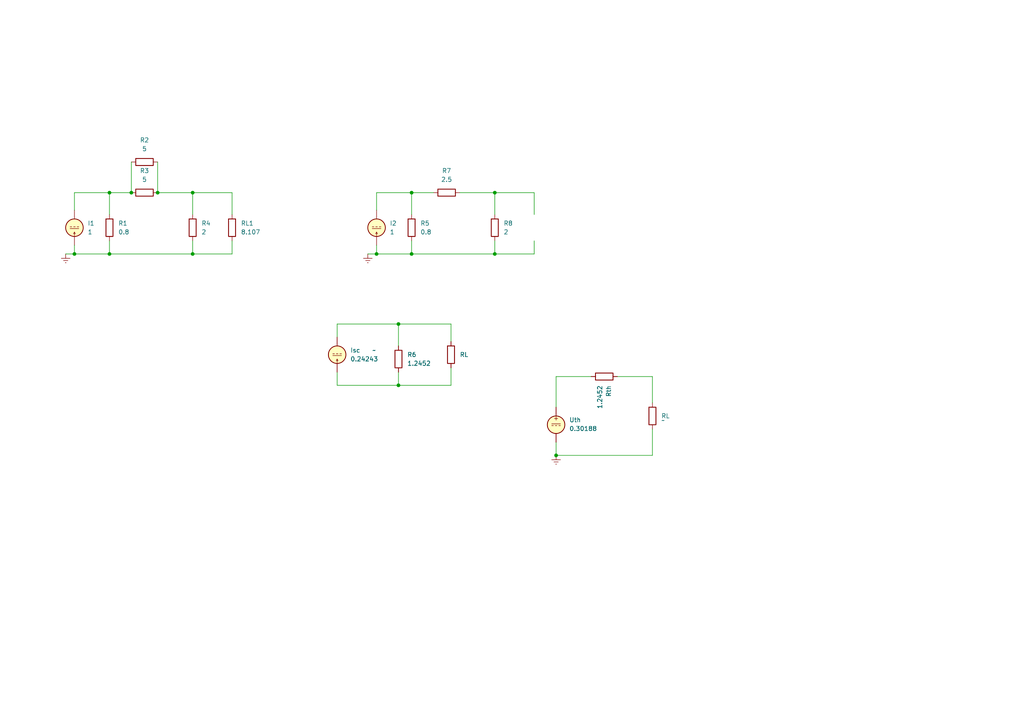
<source format=kicad_sch>
(kicad_sch (version 20230121) (generator eeschema)
  (paper "A4")
  (lib_symbols
    (symbol "Device:R" (pin_numbers hide) (pin_names (offset 0))
      (property "Reference" "R" (at 2.032 0 90))
      (property "Value" "R" (at 0 0 90))
      (symbol "R_0_1"
        (rectangle (start -1.016 -2.54) (end 1.016 2.54) (stroke (width 0.254)))
      )
      (symbol "R_1_1"
        (pin passive line (at 0 3.81 270) (length 1.27) (name "~") (number "1"))
        (pin passive line (at 0 -3.81 90) (length 1.27) (name "~") (number "2"))
      )
    )
    (symbol "Simulation_SPICE:IDC" (pin_numbers hide) (pin_names (offset 0.0254))
      (property "Reference" "I" (at 2.54 2.54 0))
      (property "Value" "1" (at 2.54 0 0))
      (symbol "IDC_0_0"
        (polyline (pts (xy -1.27 0.254) (xy 1.27 0.254)))
        (polyline (pts (xy -0.762 -0.254) (xy -1.27 -0.254)))
        (polyline (pts (xy 0.254 -0.254) (xy -0.254 -0.254)))
        (polyline (pts (xy 1.27 -0.254) (xy 0.762 -0.254)))
      )
      (symbol "IDC_0_1"
        (polyline (pts (xy 0 1.27) (xy 0 2.286)))
        (polyline (pts (xy -0.254 1.778) (xy 0 1.27) (xy 0.254 1.778)))
        (circle (center 0 0) (radius 2.54) (stroke (width 0.254)) (fill (type background)))
      )
      (symbol "IDC_1_1"
        (pin passive line (at 0 5.08 270) (length 2.54) (name "~") (number "1"))
        (pin passive line (at 0 -5.08 90) (length 2.54) (name "~") (number "2"))
      )
    )
    (symbol "Simulation_SPICE:VDC" (pin_numbers hide) (pin_names (offset 0.0254))
      (property "Reference" "V" (at 2.54 2.54 0))
      (property "Value" "1" (at 2.54 0 0))
      (symbol "VDC_0_0"
        (polyline (pts (xy -1.27 0.254) (xy 1.27 0.254)))
        (polyline (pts (xy -0.762 -0.254) (xy -1.27 -0.254)))
        (polyline (pts (xy 0.254 -0.254) (xy -0.254 -0.254)))
        (polyline (pts (xy 1.27 -0.254) (xy 0.762 -0.254)))
        (text "+" (at 0 1.905 0) (effects (font (size 1.27 1.27))))
      )
      (symbol "VDC_0_1"
        (circle (center 0 0) (radius 2.54) (stroke (width 0.254)) (fill (type background)))
      )
      (symbol "VDC_1_1"
        (pin passive line (at 0 5.08 270) (length 2.54) (name "~") (number "1"))
        (pin passive line (at 0 -5.08 90) (length 2.54) (name "~") (number "2"))
      )
    )
    (symbol "power:Earth" (power) (pin_names (offset 0))
      (symbol "Earth_0_1"
        (polyline (pts (xy -0.635 -1.905) (xy 0.635 -1.905)))
        (polyline (pts (xy -0.127 -2.54) (xy 0.127 -2.54)))
        (polyline (pts (xy 0 -1.27) (xy 0 0)))
        (polyline (pts (xy 1.27 -1.27) (xy -1.27 -1.27)))
      )
      (symbol "Earth_1_1"
        (pin power_in line (at 0 0 270) (length 0) hide (name "Earth") (number "1"))
      )
    )
  )
  (junction (at 55.88 55.88))
  (junction (at 115.57 93.98))
  (junction (at 143.51 73.66))
  (junction (at 38.1 55.88))
  (junction (at 143.51 55.88))
  (junction (at 45.72 55.88))
  (junction (at 21.59 73.66))
  (junction (at 31.75 55.88))
  (junction (at 119.38 73.66))
  (junction (at 55.88 73.66))
  (junction (at 115.57 111.76))
  (junction (at 109.22 73.66))
  (junction (at 31.75 73.66))
  (junction (at 161.29 132.08))
  (junction (at 119.38 55.88))
  (wire (pts (xy 154.94 55.88) (xy 143.51 55.88)))
  (wire (pts (xy 161.29 132.08) (xy 161.29 128.27)))
  (wire (pts (xy 109.22 60.96) (xy 109.22 55.88)))
  (wire (pts (xy 67.31 55.88) (xy 55.88 55.88)))
  (wire (pts (xy 119.38 73.66) (xy 143.51 73.66)))
  (wire (pts (xy 21.59 73.66) (xy 21.59 71.12)))
  (wire (pts (xy 67.31 73.66) (xy 55.88 73.66)))
  (wire (pts (xy 154.94 73.66) (xy 143.51 73.66)))
  (wire (pts (xy 115.57 93.98) (xy 130.81 93.98)))
  (wire (pts (xy 67.31 69.85) (xy 67.31 73.66)))
  (wire (pts (xy 31.75 73.66) (xy 55.88 73.66)))
  (wire (pts (xy 31.75 69.85) (xy 31.75 73.66)))
  (wire (pts (xy 109.22 55.88) (xy 119.38 55.88)))
  (wire (pts (xy 31.75 55.88) (xy 38.1 55.88)))
  (wire (pts (xy 143.51 62.23) (xy 143.51 55.88)))
  (wire (pts (xy 45.72 46.99) (xy 45.72 55.88)))
  (wire (pts (xy 21.59 60.96) (xy 21.59 55.88)))
  (wire (pts (xy 154.94 62.23) (xy 154.94 55.88)))
  (wire (pts (xy 154.94 69.85) (xy 154.94 73.66)))
  (wire (pts (xy 97.79 93.98) (xy 115.57 93.98)))
  (wire (pts (xy 130.81 99.06) (xy 130.81 93.98)))
  (wire (pts (xy 179.07 109.22) (xy 189.23 109.22)))
  (wire (pts (xy 143.51 73.66) (xy 143.51 69.85)))
  (wire (pts (xy 115.57 111.76) (xy 130.81 111.76)))
  (wire (pts (xy 115.57 107.95) (xy 115.57 111.76)))
  (wire (pts (xy 19.05 73.66) (xy 21.59 73.66)))
  (wire (pts (xy 67.31 62.23) (xy 67.31 55.88)))
  (wire (pts (xy 115.57 100.33) (xy 115.57 93.98)))
  (wire (pts (xy 55.88 73.66) (xy 55.88 69.85)))
  (wire (pts (xy 189.23 124.46) (xy 189.23 132.08)))
  (wire (pts (xy 109.22 73.66) (xy 119.38 73.66)))
  (wire (pts (xy 31.75 62.23) (xy 31.75 55.88)))
  (wire (pts (xy 106.68 73.66) (xy 109.22 73.66)))
  (wire (pts (xy 38.1 46.99) (xy 38.1 55.88)))
  (wire (pts (xy 161.29 109.22) (xy 161.29 118.11)))
  (wire (pts (xy 97.79 111.76) (xy 115.57 111.76)))
  (wire (pts (xy 97.79 111.76) (xy 97.79 107.95)))
  (wire (pts (xy 119.38 69.85) (xy 119.38 73.66)))
  (wire (pts (xy 130.81 106.68) (xy 130.81 111.76)))
  (wire (pts (xy 55.88 55.88) (xy 45.72 55.88)))
  (wire (pts (xy 21.59 73.66) (xy 31.75 73.66)))
  (wire (pts (xy 161.29 132.08) (xy 189.23 132.08)))
  (wire (pts (xy 97.79 97.79) (xy 97.79 93.98)))
  (wire (pts (xy 119.38 55.88) (xy 125.73 55.88)))
  (wire (pts (xy 21.59 55.88) (xy 31.75 55.88)))
  (wire (pts (xy 161.29 109.22) (xy 171.45 109.22)))
  (wire (pts (xy 119.38 62.23) (xy 119.38 55.88)))
  (wire (pts (xy 143.51 55.88) (xy 133.35 55.88)))
  (wire (pts (xy 189.23 109.22) (xy 189.23 116.84)))
  (wire (pts (xy 109.22 73.66) (xy 109.22 71.12)))
  (wire (pts (xy 55.88 62.23) (xy 55.88 55.88)))
  (symbol (lib_id "Device:R") (at 119.38 66.04 0) (unit 1)
    (property "Reference" "R5" (at 121.92 64.77 0) (effects (justify left)))
    (property "Value" "0.8" (at 121.92 67.31 0) (effects (justify left)))
    (property "Sim.Device" "R" (effects hide))
    (property "Sim.Pins" "1=+ 2=-" (effects hide))
  )
  (symbol (lib_id "Device:R") (at 189.23 120.65 180) (unit 1)
    (property "Reference" "RL" (at 191.77 120.65 0) (effects (justify right)))
    (property "Value" "~" (at 191.77 121.92 0) (effects (justify right)))
  )
  (symbol (lib_id "Device:R") (at 55.88 66.04 180) (unit 1)
    (property "Reference" "R4" (at 58.42 64.77 0) (effects (justify right)))
    (property "Value" "2" (at 58.42 67.31 0) (effects (justify right)))
  )
  (symbol (lib_id "Simulation_SPICE:IDC") (at 21.59 66.04 180) (unit 1)
    (property "Reference" "I1" (at 25.4 64.77 0) (effects (justify right)))
    (property "Value" "1" (at 25.4 67.31 0) (effects (justify right)))
    (property "Datasheet" "https://ngspice.sourceforge.io/docs/ngspice-html-manual/manual.xhtml#sec_Independent_Sources_for" (effects hide))
    (property "Sim.Pins" "1=+ 2=-" (effects hide))
    (property "Sim.Type" "DC" (effects hide))
    (property "Sim.Device" "I" (effects hide))
  )
  (symbol (lib_id "Simulation_SPICE:VDC") (at 161.29 123.19 0) (unit 1)
    (property "Reference" "Uth" (at 165.1 121.7902 0) (effects (justify left)))
    (property "Value" "0.30188" (at 165.1 124.3302 0) (effects (justify left)))
    (property "Datasheet" "https://ngspice.sourceforge.io/docs/ngspice-html-manual/manual.xhtml#sec_Independent_Sources_for" (effects hide))
    (property "Sim.Pins" "1=+ 2=-" (effects hide))
    (property "Sim.Type" "DC" (effects hide))
    (property "Sim.Device" "V" (effects hide))
  )
  (symbol (lib_id "Simulation_SPICE:IDC") (at 109.22 66.04 180) (unit 1)
    (property "Reference" "I2" (at 113.03 64.77 0) (effects (justify right)))
    (property "Value" "1" (at 113.03 67.31 0) (effects (justify right)))
    (property "Datasheet" "https://ngspice.sourceforge.io/docs/ngspice-html-manual/manual.xhtml#sec_Independent_Sources_for" (effects hide))
    (property "Sim.Pins" "1=+ 2=-" (effects hide))
    (property "Sim.Type" "DC" (effects hide))
    (property "Sim.Device" "I" (effects hide))
  )
  (symbol (lib_id "power:Earth") (at 161.29 132.08 0) (unit 1)
    (property "Reference" "#PWR02" (effects hide))
    (property "Value" "Earth" (effects hide))
  )
  (symbol (lib_id "Device:R") (at 41.91 55.88 270) (unit 1)
    (property "Reference" "R3" (at 41.91 49.53 90))
    (property "Value" "5" (at 41.91 52.07 90))
  )
  (symbol (lib_id "Device:R") (at 175.26 109.22 270) (unit 1)
    (property "Reference" "Rth" (at 176.53 111.76 0) (effects (justify left)))
    (property "Value" "1.2452" (at 173.99 111.76 0) (effects (justify left)))
    (property "Sim.Device" "R" (effects hide))
    (property "Sim.Pins" "1=+ 2=-" (effects hide))
  )
  (symbol (lib_id "Device:R") (at 115.57 104.14 0) (unit 1)
    (property "Reference" "R6" (at 118.11 102.87 0) (effects (justify left)))
    (property "Value" "1.2452" (at 118.11 105.41 0) (effects (justify left)))
    (property "Sim.Device" "R" (effects hide))
    (property "Sim.Pins" "1=+ 2=-" (effects hide))
  )
  (symbol (lib_id "Device:R") (at 67.31 66.04 180) (unit 1)
    (property "Reference" "RL1" (at 69.85 64.77 0) (effects (justify right)))
    (property "Value" "8.107" (at 69.85 67.31 0) (effects (justify right)))
  )
  (symbol (lib_id "Device:R") (at 143.51 66.04 180) (unit 1)
    (property "Reference" "R8" (at 146.05 64.77 0) (effects (justify right)))
    (property "Value" "2" (at 146.05 67.31 0) (effects (justify right)))
  )
  (symbol (lib_id "power:Earth") (at 106.68 73.66 0) (unit 1)
    (property "Reference" "#PWR01" (effects hide))
    (property "Value" "Earth" (effects hide))
  )
  (symbol (lib_id "Device:R") (at 129.54 55.88 270) (unit 1)
    (property "Reference" "R7" (at 129.54 49.53 90))
    (property "Value" "2.5" (at 129.54 52.07 90))
  )
  (symbol (lib_id "power:Earth") (at 19.05 73.66 0) (unit 1)
    (property "Reference" "#PWR04" (effects hide))
    (property "Value" "Earth" (effects hide))
  )
  (symbol (lib_id "Simulation_SPICE:IDC") (at 97.79 102.87 180) (unit 1)
    (property "Reference" "Isc" (at 101.6 101.6 0) (effects (justify right)))
    (property "Value" "0.24243" (at 101.6 104.14 0) (effects (justify right)))
    (property "Datasheet" "https://ngspice.sourceforge.io/docs/ngspice-html-manual/manual.xhtml#sec_Independent_Sources_for" (effects hide))
    (property "Sim.Pins" "1=+ 2=-" (effects hide))
    (property "Sim.Type" "DC" (effects hide))
    (property "Sim.Device" "I" (effects hide))
  )
  (symbol (lib_id "Device:R") (at 31.75 66.04 0) (unit 1)
    (property "Reference" "R1" (at 34.29 64.77 0) (effects (justify left)))
    (property "Value" "0.8" (at 34.29 67.31 0) (effects (justify left)))
    (property "Sim.Device" "R" (effects hide))
    (property "Sim.Pins" "1=+ 2=-" (effects hide))
  )
  (symbol (lib_id "Device:R") (at 41.91 46.99 270) (unit 1)
    (property "Reference" "R2" (at 41.91 40.64 90))
    (property "Value" "5" (at 41.91 43.18 90))
  )
  (symbol (lib_id "Device:R") (at 130.81 102.87 180) (unit 1)
    (property "Reference" "RL" (at 133.35 102.87 0) (effects (justify right)))
    (property "Value" "~" (at 107.95 101.6 0) (effects (justify right)))
  )
)
</source>
